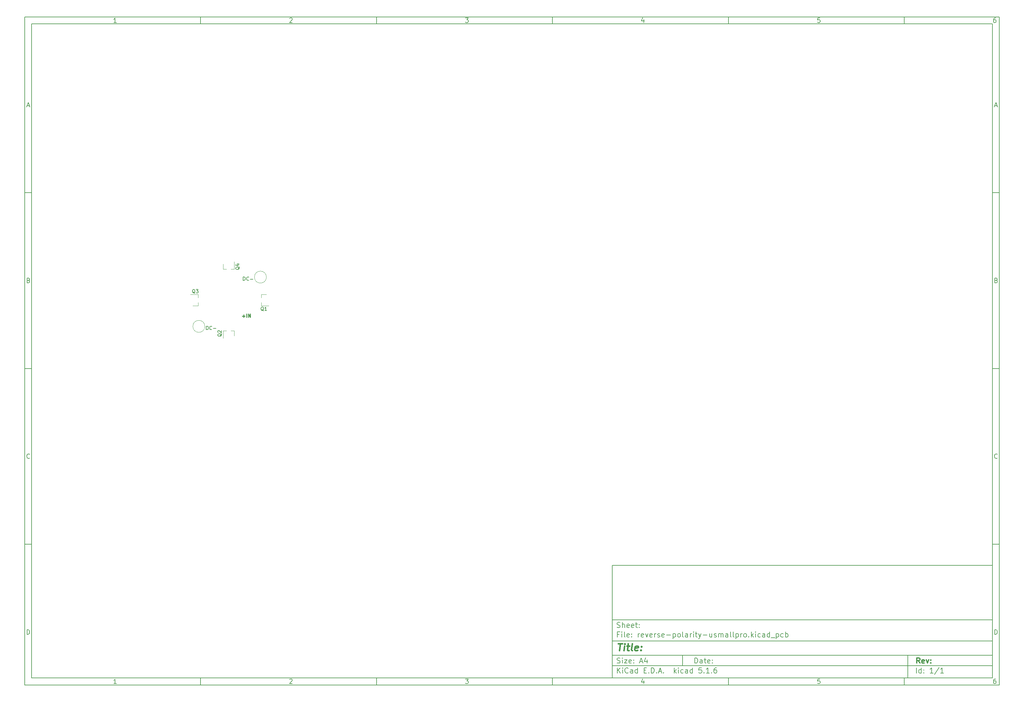
<source format=gbr>
G04 #@! TF.GenerationSoftware,KiCad,Pcbnew,5.1.6*
G04 #@! TF.CreationDate,2020-09-05T15:35:29+02:00*
G04 #@! TF.ProjectId,reverse-polarity-usmallpro,72657665-7273-4652-9d70-6f6c61726974,rev?*
G04 #@! TF.SameCoordinates,Original*
G04 #@! TF.FileFunction,Legend,Top*
G04 #@! TF.FilePolarity,Positive*
%FSLAX46Y46*%
G04 Gerber Fmt 4.6, Leading zero omitted, Abs format (unit mm)*
G04 Created by KiCad (PCBNEW 5.1.6) date 2020-09-05 15:35:29*
%MOMM*%
%LPD*%
G01*
G04 APERTURE LIST*
%ADD10C,0.100000*%
%ADD11C,0.150000*%
%ADD12C,0.300000*%
%ADD13C,0.400000*%
%ADD14C,0.250000*%
%ADD15C,0.120000*%
G04 APERTURE END LIST*
D10*
D11*
X177002200Y-166007200D02*
X177002200Y-198007200D01*
X285002200Y-198007200D01*
X285002200Y-166007200D01*
X177002200Y-166007200D01*
D10*
D11*
X10000000Y-10000000D02*
X10000000Y-200007200D01*
X287002200Y-200007200D01*
X287002200Y-10000000D01*
X10000000Y-10000000D01*
D10*
D11*
X12000000Y-12000000D02*
X12000000Y-198007200D01*
X285002200Y-198007200D01*
X285002200Y-12000000D01*
X12000000Y-12000000D01*
D10*
D11*
X60000000Y-12000000D02*
X60000000Y-10000000D01*
D10*
D11*
X110000000Y-12000000D02*
X110000000Y-10000000D01*
D10*
D11*
X160000000Y-12000000D02*
X160000000Y-10000000D01*
D10*
D11*
X210000000Y-12000000D02*
X210000000Y-10000000D01*
D10*
D11*
X260000000Y-12000000D02*
X260000000Y-10000000D01*
D10*
D11*
X36065476Y-11588095D02*
X35322619Y-11588095D01*
X35694047Y-11588095D02*
X35694047Y-10288095D01*
X35570238Y-10473809D01*
X35446428Y-10597619D01*
X35322619Y-10659523D01*
D10*
D11*
X85322619Y-10411904D02*
X85384523Y-10350000D01*
X85508333Y-10288095D01*
X85817857Y-10288095D01*
X85941666Y-10350000D01*
X86003571Y-10411904D01*
X86065476Y-10535714D01*
X86065476Y-10659523D01*
X86003571Y-10845238D01*
X85260714Y-11588095D01*
X86065476Y-11588095D01*
D10*
D11*
X135260714Y-10288095D02*
X136065476Y-10288095D01*
X135632142Y-10783333D01*
X135817857Y-10783333D01*
X135941666Y-10845238D01*
X136003571Y-10907142D01*
X136065476Y-11030952D01*
X136065476Y-11340476D01*
X136003571Y-11464285D01*
X135941666Y-11526190D01*
X135817857Y-11588095D01*
X135446428Y-11588095D01*
X135322619Y-11526190D01*
X135260714Y-11464285D01*
D10*
D11*
X185941666Y-10721428D02*
X185941666Y-11588095D01*
X185632142Y-10226190D02*
X185322619Y-11154761D01*
X186127380Y-11154761D01*
D10*
D11*
X236003571Y-10288095D02*
X235384523Y-10288095D01*
X235322619Y-10907142D01*
X235384523Y-10845238D01*
X235508333Y-10783333D01*
X235817857Y-10783333D01*
X235941666Y-10845238D01*
X236003571Y-10907142D01*
X236065476Y-11030952D01*
X236065476Y-11340476D01*
X236003571Y-11464285D01*
X235941666Y-11526190D01*
X235817857Y-11588095D01*
X235508333Y-11588095D01*
X235384523Y-11526190D01*
X235322619Y-11464285D01*
D10*
D11*
X285941666Y-10288095D02*
X285694047Y-10288095D01*
X285570238Y-10350000D01*
X285508333Y-10411904D01*
X285384523Y-10597619D01*
X285322619Y-10845238D01*
X285322619Y-11340476D01*
X285384523Y-11464285D01*
X285446428Y-11526190D01*
X285570238Y-11588095D01*
X285817857Y-11588095D01*
X285941666Y-11526190D01*
X286003571Y-11464285D01*
X286065476Y-11340476D01*
X286065476Y-11030952D01*
X286003571Y-10907142D01*
X285941666Y-10845238D01*
X285817857Y-10783333D01*
X285570238Y-10783333D01*
X285446428Y-10845238D01*
X285384523Y-10907142D01*
X285322619Y-11030952D01*
D10*
D11*
X60000000Y-198007200D02*
X60000000Y-200007200D01*
D10*
D11*
X110000000Y-198007200D02*
X110000000Y-200007200D01*
D10*
D11*
X160000000Y-198007200D02*
X160000000Y-200007200D01*
D10*
D11*
X210000000Y-198007200D02*
X210000000Y-200007200D01*
D10*
D11*
X260000000Y-198007200D02*
X260000000Y-200007200D01*
D10*
D11*
X36065476Y-199595295D02*
X35322619Y-199595295D01*
X35694047Y-199595295D02*
X35694047Y-198295295D01*
X35570238Y-198481009D01*
X35446428Y-198604819D01*
X35322619Y-198666723D01*
D10*
D11*
X85322619Y-198419104D02*
X85384523Y-198357200D01*
X85508333Y-198295295D01*
X85817857Y-198295295D01*
X85941666Y-198357200D01*
X86003571Y-198419104D01*
X86065476Y-198542914D01*
X86065476Y-198666723D01*
X86003571Y-198852438D01*
X85260714Y-199595295D01*
X86065476Y-199595295D01*
D10*
D11*
X135260714Y-198295295D02*
X136065476Y-198295295D01*
X135632142Y-198790533D01*
X135817857Y-198790533D01*
X135941666Y-198852438D01*
X136003571Y-198914342D01*
X136065476Y-199038152D01*
X136065476Y-199347676D01*
X136003571Y-199471485D01*
X135941666Y-199533390D01*
X135817857Y-199595295D01*
X135446428Y-199595295D01*
X135322619Y-199533390D01*
X135260714Y-199471485D01*
D10*
D11*
X185941666Y-198728628D02*
X185941666Y-199595295D01*
X185632142Y-198233390D02*
X185322619Y-199161961D01*
X186127380Y-199161961D01*
D10*
D11*
X236003571Y-198295295D02*
X235384523Y-198295295D01*
X235322619Y-198914342D01*
X235384523Y-198852438D01*
X235508333Y-198790533D01*
X235817857Y-198790533D01*
X235941666Y-198852438D01*
X236003571Y-198914342D01*
X236065476Y-199038152D01*
X236065476Y-199347676D01*
X236003571Y-199471485D01*
X235941666Y-199533390D01*
X235817857Y-199595295D01*
X235508333Y-199595295D01*
X235384523Y-199533390D01*
X235322619Y-199471485D01*
D10*
D11*
X285941666Y-198295295D02*
X285694047Y-198295295D01*
X285570238Y-198357200D01*
X285508333Y-198419104D01*
X285384523Y-198604819D01*
X285322619Y-198852438D01*
X285322619Y-199347676D01*
X285384523Y-199471485D01*
X285446428Y-199533390D01*
X285570238Y-199595295D01*
X285817857Y-199595295D01*
X285941666Y-199533390D01*
X286003571Y-199471485D01*
X286065476Y-199347676D01*
X286065476Y-199038152D01*
X286003571Y-198914342D01*
X285941666Y-198852438D01*
X285817857Y-198790533D01*
X285570238Y-198790533D01*
X285446428Y-198852438D01*
X285384523Y-198914342D01*
X285322619Y-199038152D01*
D10*
D11*
X10000000Y-60000000D02*
X12000000Y-60000000D01*
D10*
D11*
X10000000Y-110000000D02*
X12000000Y-110000000D01*
D10*
D11*
X10000000Y-160000000D02*
X12000000Y-160000000D01*
D10*
D11*
X10690476Y-35216666D02*
X11309523Y-35216666D01*
X10566666Y-35588095D02*
X11000000Y-34288095D01*
X11433333Y-35588095D01*
D10*
D11*
X11092857Y-84907142D02*
X11278571Y-84969047D01*
X11340476Y-85030952D01*
X11402380Y-85154761D01*
X11402380Y-85340476D01*
X11340476Y-85464285D01*
X11278571Y-85526190D01*
X11154761Y-85588095D01*
X10659523Y-85588095D01*
X10659523Y-84288095D01*
X11092857Y-84288095D01*
X11216666Y-84350000D01*
X11278571Y-84411904D01*
X11340476Y-84535714D01*
X11340476Y-84659523D01*
X11278571Y-84783333D01*
X11216666Y-84845238D01*
X11092857Y-84907142D01*
X10659523Y-84907142D01*
D10*
D11*
X11402380Y-135464285D02*
X11340476Y-135526190D01*
X11154761Y-135588095D01*
X11030952Y-135588095D01*
X10845238Y-135526190D01*
X10721428Y-135402380D01*
X10659523Y-135278571D01*
X10597619Y-135030952D01*
X10597619Y-134845238D01*
X10659523Y-134597619D01*
X10721428Y-134473809D01*
X10845238Y-134350000D01*
X11030952Y-134288095D01*
X11154761Y-134288095D01*
X11340476Y-134350000D01*
X11402380Y-134411904D01*
D10*
D11*
X10659523Y-185588095D02*
X10659523Y-184288095D01*
X10969047Y-184288095D01*
X11154761Y-184350000D01*
X11278571Y-184473809D01*
X11340476Y-184597619D01*
X11402380Y-184845238D01*
X11402380Y-185030952D01*
X11340476Y-185278571D01*
X11278571Y-185402380D01*
X11154761Y-185526190D01*
X10969047Y-185588095D01*
X10659523Y-185588095D01*
D10*
D11*
X287002200Y-60000000D02*
X285002200Y-60000000D01*
D10*
D11*
X287002200Y-110000000D02*
X285002200Y-110000000D01*
D10*
D11*
X287002200Y-160000000D02*
X285002200Y-160000000D01*
D10*
D11*
X285692676Y-35216666D02*
X286311723Y-35216666D01*
X285568866Y-35588095D02*
X286002200Y-34288095D01*
X286435533Y-35588095D01*
D10*
D11*
X286095057Y-84907142D02*
X286280771Y-84969047D01*
X286342676Y-85030952D01*
X286404580Y-85154761D01*
X286404580Y-85340476D01*
X286342676Y-85464285D01*
X286280771Y-85526190D01*
X286156961Y-85588095D01*
X285661723Y-85588095D01*
X285661723Y-84288095D01*
X286095057Y-84288095D01*
X286218866Y-84350000D01*
X286280771Y-84411904D01*
X286342676Y-84535714D01*
X286342676Y-84659523D01*
X286280771Y-84783333D01*
X286218866Y-84845238D01*
X286095057Y-84907142D01*
X285661723Y-84907142D01*
D10*
D11*
X286404580Y-135464285D02*
X286342676Y-135526190D01*
X286156961Y-135588095D01*
X286033152Y-135588095D01*
X285847438Y-135526190D01*
X285723628Y-135402380D01*
X285661723Y-135278571D01*
X285599819Y-135030952D01*
X285599819Y-134845238D01*
X285661723Y-134597619D01*
X285723628Y-134473809D01*
X285847438Y-134350000D01*
X286033152Y-134288095D01*
X286156961Y-134288095D01*
X286342676Y-134350000D01*
X286404580Y-134411904D01*
D10*
D11*
X285661723Y-185588095D02*
X285661723Y-184288095D01*
X285971247Y-184288095D01*
X286156961Y-184350000D01*
X286280771Y-184473809D01*
X286342676Y-184597619D01*
X286404580Y-184845238D01*
X286404580Y-185030952D01*
X286342676Y-185278571D01*
X286280771Y-185402380D01*
X286156961Y-185526190D01*
X285971247Y-185588095D01*
X285661723Y-185588095D01*
D10*
D11*
X200434342Y-193785771D02*
X200434342Y-192285771D01*
X200791485Y-192285771D01*
X201005771Y-192357200D01*
X201148628Y-192500057D01*
X201220057Y-192642914D01*
X201291485Y-192928628D01*
X201291485Y-193142914D01*
X201220057Y-193428628D01*
X201148628Y-193571485D01*
X201005771Y-193714342D01*
X200791485Y-193785771D01*
X200434342Y-193785771D01*
X202577200Y-193785771D02*
X202577200Y-193000057D01*
X202505771Y-192857200D01*
X202362914Y-192785771D01*
X202077200Y-192785771D01*
X201934342Y-192857200D01*
X202577200Y-193714342D02*
X202434342Y-193785771D01*
X202077200Y-193785771D01*
X201934342Y-193714342D01*
X201862914Y-193571485D01*
X201862914Y-193428628D01*
X201934342Y-193285771D01*
X202077200Y-193214342D01*
X202434342Y-193214342D01*
X202577200Y-193142914D01*
X203077200Y-192785771D02*
X203648628Y-192785771D01*
X203291485Y-192285771D02*
X203291485Y-193571485D01*
X203362914Y-193714342D01*
X203505771Y-193785771D01*
X203648628Y-193785771D01*
X204720057Y-193714342D02*
X204577200Y-193785771D01*
X204291485Y-193785771D01*
X204148628Y-193714342D01*
X204077200Y-193571485D01*
X204077200Y-193000057D01*
X204148628Y-192857200D01*
X204291485Y-192785771D01*
X204577200Y-192785771D01*
X204720057Y-192857200D01*
X204791485Y-193000057D01*
X204791485Y-193142914D01*
X204077200Y-193285771D01*
X205434342Y-193642914D02*
X205505771Y-193714342D01*
X205434342Y-193785771D01*
X205362914Y-193714342D01*
X205434342Y-193642914D01*
X205434342Y-193785771D01*
X205434342Y-192857200D02*
X205505771Y-192928628D01*
X205434342Y-193000057D01*
X205362914Y-192928628D01*
X205434342Y-192857200D01*
X205434342Y-193000057D01*
D10*
D11*
X177002200Y-194507200D02*
X285002200Y-194507200D01*
D10*
D11*
X178434342Y-196585771D02*
X178434342Y-195085771D01*
X179291485Y-196585771D02*
X178648628Y-195728628D01*
X179291485Y-195085771D02*
X178434342Y-195942914D01*
X179934342Y-196585771D02*
X179934342Y-195585771D01*
X179934342Y-195085771D02*
X179862914Y-195157200D01*
X179934342Y-195228628D01*
X180005771Y-195157200D01*
X179934342Y-195085771D01*
X179934342Y-195228628D01*
X181505771Y-196442914D02*
X181434342Y-196514342D01*
X181220057Y-196585771D01*
X181077200Y-196585771D01*
X180862914Y-196514342D01*
X180720057Y-196371485D01*
X180648628Y-196228628D01*
X180577200Y-195942914D01*
X180577200Y-195728628D01*
X180648628Y-195442914D01*
X180720057Y-195300057D01*
X180862914Y-195157200D01*
X181077200Y-195085771D01*
X181220057Y-195085771D01*
X181434342Y-195157200D01*
X181505771Y-195228628D01*
X182791485Y-196585771D02*
X182791485Y-195800057D01*
X182720057Y-195657200D01*
X182577200Y-195585771D01*
X182291485Y-195585771D01*
X182148628Y-195657200D01*
X182791485Y-196514342D02*
X182648628Y-196585771D01*
X182291485Y-196585771D01*
X182148628Y-196514342D01*
X182077200Y-196371485D01*
X182077200Y-196228628D01*
X182148628Y-196085771D01*
X182291485Y-196014342D01*
X182648628Y-196014342D01*
X182791485Y-195942914D01*
X184148628Y-196585771D02*
X184148628Y-195085771D01*
X184148628Y-196514342D02*
X184005771Y-196585771D01*
X183720057Y-196585771D01*
X183577200Y-196514342D01*
X183505771Y-196442914D01*
X183434342Y-196300057D01*
X183434342Y-195871485D01*
X183505771Y-195728628D01*
X183577200Y-195657200D01*
X183720057Y-195585771D01*
X184005771Y-195585771D01*
X184148628Y-195657200D01*
X186005771Y-195800057D02*
X186505771Y-195800057D01*
X186720057Y-196585771D02*
X186005771Y-196585771D01*
X186005771Y-195085771D01*
X186720057Y-195085771D01*
X187362914Y-196442914D02*
X187434342Y-196514342D01*
X187362914Y-196585771D01*
X187291485Y-196514342D01*
X187362914Y-196442914D01*
X187362914Y-196585771D01*
X188077200Y-196585771D02*
X188077200Y-195085771D01*
X188434342Y-195085771D01*
X188648628Y-195157200D01*
X188791485Y-195300057D01*
X188862914Y-195442914D01*
X188934342Y-195728628D01*
X188934342Y-195942914D01*
X188862914Y-196228628D01*
X188791485Y-196371485D01*
X188648628Y-196514342D01*
X188434342Y-196585771D01*
X188077200Y-196585771D01*
X189577200Y-196442914D02*
X189648628Y-196514342D01*
X189577200Y-196585771D01*
X189505771Y-196514342D01*
X189577200Y-196442914D01*
X189577200Y-196585771D01*
X190220057Y-196157200D02*
X190934342Y-196157200D01*
X190077200Y-196585771D02*
X190577200Y-195085771D01*
X191077200Y-196585771D01*
X191577200Y-196442914D02*
X191648628Y-196514342D01*
X191577200Y-196585771D01*
X191505771Y-196514342D01*
X191577200Y-196442914D01*
X191577200Y-196585771D01*
X194577200Y-196585771D02*
X194577200Y-195085771D01*
X194720057Y-196014342D02*
X195148628Y-196585771D01*
X195148628Y-195585771D02*
X194577200Y-196157200D01*
X195791485Y-196585771D02*
X195791485Y-195585771D01*
X195791485Y-195085771D02*
X195720057Y-195157200D01*
X195791485Y-195228628D01*
X195862914Y-195157200D01*
X195791485Y-195085771D01*
X195791485Y-195228628D01*
X197148628Y-196514342D02*
X197005771Y-196585771D01*
X196720057Y-196585771D01*
X196577200Y-196514342D01*
X196505771Y-196442914D01*
X196434342Y-196300057D01*
X196434342Y-195871485D01*
X196505771Y-195728628D01*
X196577200Y-195657200D01*
X196720057Y-195585771D01*
X197005771Y-195585771D01*
X197148628Y-195657200D01*
X198434342Y-196585771D02*
X198434342Y-195800057D01*
X198362914Y-195657200D01*
X198220057Y-195585771D01*
X197934342Y-195585771D01*
X197791485Y-195657200D01*
X198434342Y-196514342D02*
X198291485Y-196585771D01*
X197934342Y-196585771D01*
X197791485Y-196514342D01*
X197720057Y-196371485D01*
X197720057Y-196228628D01*
X197791485Y-196085771D01*
X197934342Y-196014342D01*
X198291485Y-196014342D01*
X198434342Y-195942914D01*
X199791485Y-196585771D02*
X199791485Y-195085771D01*
X199791485Y-196514342D02*
X199648628Y-196585771D01*
X199362914Y-196585771D01*
X199220057Y-196514342D01*
X199148628Y-196442914D01*
X199077200Y-196300057D01*
X199077200Y-195871485D01*
X199148628Y-195728628D01*
X199220057Y-195657200D01*
X199362914Y-195585771D01*
X199648628Y-195585771D01*
X199791485Y-195657200D01*
X202362914Y-195085771D02*
X201648628Y-195085771D01*
X201577200Y-195800057D01*
X201648628Y-195728628D01*
X201791485Y-195657200D01*
X202148628Y-195657200D01*
X202291485Y-195728628D01*
X202362914Y-195800057D01*
X202434342Y-195942914D01*
X202434342Y-196300057D01*
X202362914Y-196442914D01*
X202291485Y-196514342D01*
X202148628Y-196585771D01*
X201791485Y-196585771D01*
X201648628Y-196514342D01*
X201577200Y-196442914D01*
X203077200Y-196442914D02*
X203148628Y-196514342D01*
X203077200Y-196585771D01*
X203005771Y-196514342D01*
X203077200Y-196442914D01*
X203077200Y-196585771D01*
X204577200Y-196585771D02*
X203720057Y-196585771D01*
X204148628Y-196585771D02*
X204148628Y-195085771D01*
X204005771Y-195300057D01*
X203862914Y-195442914D01*
X203720057Y-195514342D01*
X205220057Y-196442914D02*
X205291485Y-196514342D01*
X205220057Y-196585771D01*
X205148628Y-196514342D01*
X205220057Y-196442914D01*
X205220057Y-196585771D01*
X206577200Y-195085771D02*
X206291485Y-195085771D01*
X206148628Y-195157200D01*
X206077200Y-195228628D01*
X205934342Y-195442914D01*
X205862914Y-195728628D01*
X205862914Y-196300057D01*
X205934342Y-196442914D01*
X206005771Y-196514342D01*
X206148628Y-196585771D01*
X206434342Y-196585771D01*
X206577200Y-196514342D01*
X206648628Y-196442914D01*
X206720057Y-196300057D01*
X206720057Y-195942914D01*
X206648628Y-195800057D01*
X206577200Y-195728628D01*
X206434342Y-195657200D01*
X206148628Y-195657200D01*
X206005771Y-195728628D01*
X205934342Y-195800057D01*
X205862914Y-195942914D01*
D10*
D11*
X177002200Y-191507200D02*
X285002200Y-191507200D01*
D10*
D12*
X264411485Y-193785771D02*
X263911485Y-193071485D01*
X263554342Y-193785771D02*
X263554342Y-192285771D01*
X264125771Y-192285771D01*
X264268628Y-192357200D01*
X264340057Y-192428628D01*
X264411485Y-192571485D01*
X264411485Y-192785771D01*
X264340057Y-192928628D01*
X264268628Y-193000057D01*
X264125771Y-193071485D01*
X263554342Y-193071485D01*
X265625771Y-193714342D02*
X265482914Y-193785771D01*
X265197200Y-193785771D01*
X265054342Y-193714342D01*
X264982914Y-193571485D01*
X264982914Y-193000057D01*
X265054342Y-192857200D01*
X265197200Y-192785771D01*
X265482914Y-192785771D01*
X265625771Y-192857200D01*
X265697200Y-193000057D01*
X265697200Y-193142914D01*
X264982914Y-193285771D01*
X266197200Y-192785771D02*
X266554342Y-193785771D01*
X266911485Y-192785771D01*
X267482914Y-193642914D02*
X267554342Y-193714342D01*
X267482914Y-193785771D01*
X267411485Y-193714342D01*
X267482914Y-193642914D01*
X267482914Y-193785771D01*
X267482914Y-192857200D02*
X267554342Y-192928628D01*
X267482914Y-193000057D01*
X267411485Y-192928628D01*
X267482914Y-192857200D01*
X267482914Y-193000057D01*
D10*
D11*
X178362914Y-193714342D02*
X178577200Y-193785771D01*
X178934342Y-193785771D01*
X179077200Y-193714342D01*
X179148628Y-193642914D01*
X179220057Y-193500057D01*
X179220057Y-193357200D01*
X179148628Y-193214342D01*
X179077200Y-193142914D01*
X178934342Y-193071485D01*
X178648628Y-193000057D01*
X178505771Y-192928628D01*
X178434342Y-192857200D01*
X178362914Y-192714342D01*
X178362914Y-192571485D01*
X178434342Y-192428628D01*
X178505771Y-192357200D01*
X178648628Y-192285771D01*
X179005771Y-192285771D01*
X179220057Y-192357200D01*
X179862914Y-193785771D02*
X179862914Y-192785771D01*
X179862914Y-192285771D02*
X179791485Y-192357200D01*
X179862914Y-192428628D01*
X179934342Y-192357200D01*
X179862914Y-192285771D01*
X179862914Y-192428628D01*
X180434342Y-192785771D02*
X181220057Y-192785771D01*
X180434342Y-193785771D01*
X181220057Y-193785771D01*
X182362914Y-193714342D02*
X182220057Y-193785771D01*
X181934342Y-193785771D01*
X181791485Y-193714342D01*
X181720057Y-193571485D01*
X181720057Y-193000057D01*
X181791485Y-192857200D01*
X181934342Y-192785771D01*
X182220057Y-192785771D01*
X182362914Y-192857200D01*
X182434342Y-193000057D01*
X182434342Y-193142914D01*
X181720057Y-193285771D01*
X183077200Y-193642914D02*
X183148628Y-193714342D01*
X183077200Y-193785771D01*
X183005771Y-193714342D01*
X183077200Y-193642914D01*
X183077200Y-193785771D01*
X183077200Y-192857200D02*
X183148628Y-192928628D01*
X183077200Y-193000057D01*
X183005771Y-192928628D01*
X183077200Y-192857200D01*
X183077200Y-193000057D01*
X184862914Y-193357200D02*
X185577200Y-193357200D01*
X184720057Y-193785771D02*
X185220057Y-192285771D01*
X185720057Y-193785771D01*
X186862914Y-192785771D02*
X186862914Y-193785771D01*
X186505771Y-192214342D02*
X186148628Y-193285771D01*
X187077200Y-193285771D01*
D10*
D11*
X263434342Y-196585771D02*
X263434342Y-195085771D01*
X264791485Y-196585771D02*
X264791485Y-195085771D01*
X264791485Y-196514342D02*
X264648628Y-196585771D01*
X264362914Y-196585771D01*
X264220057Y-196514342D01*
X264148628Y-196442914D01*
X264077200Y-196300057D01*
X264077200Y-195871485D01*
X264148628Y-195728628D01*
X264220057Y-195657200D01*
X264362914Y-195585771D01*
X264648628Y-195585771D01*
X264791485Y-195657200D01*
X265505771Y-196442914D02*
X265577200Y-196514342D01*
X265505771Y-196585771D01*
X265434342Y-196514342D01*
X265505771Y-196442914D01*
X265505771Y-196585771D01*
X265505771Y-195657200D02*
X265577200Y-195728628D01*
X265505771Y-195800057D01*
X265434342Y-195728628D01*
X265505771Y-195657200D01*
X265505771Y-195800057D01*
X268148628Y-196585771D02*
X267291485Y-196585771D01*
X267720057Y-196585771D02*
X267720057Y-195085771D01*
X267577200Y-195300057D01*
X267434342Y-195442914D01*
X267291485Y-195514342D01*
X269862914Y-195014342D02*
X268577200Y-196942914D01*
X271148628Y-196585771D02*
X270291485Y-196585771D01*
X270720057Y-196585771D02*
X270720057Y-195085771D01*
X270577200Y-195300057D01*
X270434342Y-195442914D01*
X270291485Y-195514342D01*
D10*
D11*
X177002200Y-187507200D02*
X285002200Y-187507200D01*
D10*
D13*
X178714580Y-188211961D02*
X179857438Y-188211961D01*
X179036009Y-190211961D02*
X179286009Y-188211961D01*
X180274104Y-190211961D02*
X180440771Y-188878628D01*
X180524104Y-188211961D02*
X180416961Y-188307200D01*
X180500295Y-188402438D01*
X180607438Y-188307200D01*
X180524104Y-188211961D01*
X180500295Y-188402438D01*
X181107438Y-188878628D02*
X181869342Y-188878628D01*
X181476485Y-188211961D02*
X181262200Y-189926247D01*
X181333628Y-190116723D01*
X181512200Y-190211961D01*
X181702676Y-190211961D01*
X182655057Y-190211961D02*
X182476485Y-190116723D01*
X182405057Y-189926247D01*
X182619342Y-188211961D01*
X184190771Y-190116723D02*
X183988390Y-190211961D01*
X183607438Y-190211961D01*
X183428866Y-190116723D01*
X183357438Y-189926247D01*
X183452676Y-189164342D01*
X183571723Y-188973866D01*
X183774104Y-188878628D01*
X184155057Y-188878628D01*
X184333628Y-188973866D01*
X184405057Y-189164342D01*
X184381247Y-189354819D01*
X183405057Y-189545295D01*
X185155057Y-190021485D02*
X185238390Y-190116723D01*
X185131247Y-190211961D01*
X185047914Y-190116723D01*
X185155057Y-190021485D01*
X185131247Y-190211961D01*
X185286009Y-188973866D02*
X185369342Y-189069104D01*
X185262200Y-189164342D01*
X185178866Y-189069104D01*
X185286009Y-188973866D01*
X185262200Y-189164342D01*
D10*
D11*
X178934342Y-185600057D02*
X178434342Y-185600057D01*
X178434342Y-186385771D02*
X178434342Y-184885771D01*
X179148628Y-184885771D01*
X179720057Y-186385771D02*
X179720057Y-185385771D01*
X179720057Y-184885771D02*
X179648628Y-184957200D01*
X179720057Y-185028628D01*
X179791485Y-184957200D01*
X179720057Y-184885771D01*
X179720057Y-185028628D01*
X180648628Y-186385771D02*
X180505771Y-186314342D01*
X180434342Y-186171485D01*
X180434342Y-184885771D01*
X181791485Y-186314342D02*
X181648628Y-186385771D01*
X181362914Y-186385771D01*
X181220057Y-186314342D01*
X181148628Y-186171485D01*
X181148628Y-185600057D01*
X181220057Y-185457200D01*
X181362914Y-185385771D01*
X181648628Y-185385771D01*
X181791485Y-185457200D01*
X181862914Y-185600057D01*
X181862914Y-185742914D01*
X181148628Y-185885771D01*
X182505771Y-186242914D02*
X182577200Y-186314342D01*
X182505771Y-186385771D01*
X182434342Y-186314342D01*
X182505771Y-186242914D01*
X182505771Y-186385771D01*
X182505771Y-185457200D02*
X182577200Y-185528628D01*
X182505771Y-185600057D01*
X182434342Y-185528628D01*
X182505771Y-185457200D01*
X182505771Y-185600057D01*
X184362914Y-186385771D02*
X184362914Y-185385771D01*
X184362914Y-185671485D02*
X184434342Y-185528628D01*
X184505771Y-185457200D01*
X184648628Y-185385771D01*
X184791485Y-185385771D01*
X185862914Y-186314342D02*
X185720057Y-186385771D01*
X185434342Y-186385771D01*
X185291485Y-186314342D01*
X185220057Y-186171485D01*
X185220057Y-185600057D01*
X185291485Y-185457200D01*
X185434342Y-185385771D01*
X185720057Y-185385771D01*
X185862914Y-185457200D01*
X185934342Y-185600057D01*
X185934342Y-185742914D01*
X185220057Y-185885771D01*
X186434342Y-185385771D02*
X186791485Y-186385771D01*
X187148628Y-185385771D01*
X188291485Y-186314342D02*
X188148628Y-186385771D01*
X187862914Y-186385771D01*
X187720057Y-186314342D01*
X187648628Y-186171485D01*
X187648628Y-185600057D01*
X187720057Y-185457200D01*
X187862914Y-185385771D01*
X188148628Y-185385771D01*
X188291485Y-185457200D01*
X188362914Y-185600057D01*
X188362914Y-185742914D01*
X187648628Y-185885771D01*
X189005771Y-186385771D02*
X189005771Y-185385771D01*
X189005771Y-185671485D02*
X189077200Y-185528628D01*
X189148628Y-185457200D01*
X189291485Y-185385771D01*
X189434342Y-185385771D01*
X189862914Y-186314342D02*
X190005771Y-186385771D01*
X190291485Y-186385771D01*
X190434342Y-186314342D01*
X190505771Y-186171485D01*
X190505771Y-186100057D01*
X190434342Y-185957200D01*
X190291485Y-185885771D01*
X190077200Y-185885771D01*
X189934342Y-185814342D01*
X189862914Y-185671485D01*
X189862914Y-185600057D01*
X189934342Y-185457200D01*
X190077200Y-185385771D01*
X190291485Y-185385771D01*
X190434342Y-185457200D01*
X191720057Y-186314342D02*
X191577200Y-186385771D01*
X191291485Y-186385771D01*
X191148628Y-186314342D01*
X191077200Y-186171485D01*
X191077200Y-185600057D01*
X191148628Y-185457200D01*
X191291485Y-185385771D01*
X191577200Y-185385771D01*
X191720057Y-185457200D01*
X191791485Y-185600057D01*
X191791485Y-185742914D01*
X191077200Y-185885771D01*
X192434342Y-185814342D02*
X193577200Y-185814342D01*
X194291485Y-185385771D02*
X194291485Y-186885771D01*
X194291485Y-185457200D02*
X194434342Y-185385771D01*
X194720057Y-185385771D01*
X194862914Y-185457200D01*
X194934342Y-185528628D01*
X195005771Y-185671485D01*
X195005771Y-186100057D01*
X194934342Y-186242914D01*
X194862914Y-186314342D01*
X194720057Y-186385771D01*
X194434342Y-186385771D01*
X194291485Y-186314342D01*
X195862914Y-186385771D02*
X195720057Y-186314342D01*
X195648628Y-186242914D01*
X195577200Y-186100057D01*
X195577200Y-185671485D01*
X195648628Y-185528628D01*
X195720057Y-185457200D01*
X195862914Y-185385771D01*
X196077200Y-185385771D01*
X196220057Y-185457200D01*
X196291485Y-185528628D01*
X196362914Y-185671485D01*
X196362914Y-186100057D01*
X196291485Y-186242914D01*
X196220057Y-186314342D01*
X196077200Y-186385771D01*
X195862914Y-186385771D01*
X197220057Y-186385771D02*
X197077200Y-186314342D01*
X197005771Y-186171485D01*
X197005771Y-184885771D01*
X198434342Y-186385771D02*
X198434342Y-185600057D01*
X198362914Y-185457200D01*
X198220057Y-185385771D01*
X197934342Y-185385771D01*
X197791485Y-185457200D01*
X198434342Y-186314342D02*
X198291485Y-186385771D01*
X197934342Y-186385771D01*
X197791485Y-186314342D01*
X197720057Y-186171485D01*
X197720057Y-186028628D01*
X197791485Y-185885771D01*
X197934342Y-185814342D01*
X198291485Y-185814342D01*
X198434342Y-185742914D01*
X199148628Y-186385771D02*
X199148628Y-185385771D01*
X199148628Y-185671485D02*
X199220057Y-185528628D01*
X199291485Y-185457200D01*
X199434342Y-185385771D01*
X199577200Y-185385771D01*
X200077200Y-186385771D02*
X200077200Y-185385771D01*
X200077200Y-184885771D02*
X200005771Y-184957200D01*
X200077200Y-185028628D01*
X200148628Y-184957200D01*
X200077200Y-184885771D01*
X200077200Y-185028628D01*
X200577200Y-185385771D02*
X201148628Y-185385771D01*
X200791485Y-184885771D02*
X200791485Y-186171485D01*
X200862914Y-186314342D01*
X201005771Y-186385771D01*
X201148628Y-186385771D01*
X201505771Y-185385771D02*
X201862914Y-186385771D01*
X202220057Y-185385771D02*
X201862914Y-186385771D01*
X201720057Y-186742914D01*
X201648628Y-186814342D01*
X201505771Y-186885771D01*
X202791485Y-185814342D02*
X203934342Y-185814342D01*
X205291485Y-185385771D02*
X205291485Y-186385771D01*
X204648628Y-185385771D02*
X204648628Y-186171485D01*
X204720057Y-186314342D01*
X204862914Y-186385771D01*
X205077200Y-186385771D01*
X205220057Y-186314342D01*
X205291485Y-186242914D01*
X205934342Y-186314342D02*
X206077200Y-186385771D01*
X206362914Y-186385771D01*
X206505771Y-186314342D01*
X206577200Y-186171485D01*
X206577200Y-186100057D01*
X206505771Y-185957200D01*
X206362914Y-185885771D01*
X206148628Y-185885771D01*
X206005771Y-185814342D01*
X205934342Y-185671485D01*
X205934342Y-185600057D01*
X206005771Y-185457200D01*
X206148628Y-185385771D01*
X206362914Y-185385771D01*
X206505771Y-185457200D01*
X207220057Y-186385771D02*
X207220057Y-185385771D01*
X207220057Y-185528628D02*
X207291485Y-185457200D01*
X207434342Y-185385771D01*
X207648628Y-185385771D01*
X207791485Y-185457200D01*
X207862914Y-185600057D01*
X207862914Y-186385771D01*
X207862914Y-185600057D02*
X207934342Y-185457200D01*
X208077200Y-185385771D01*
X208291485Y-185385771D01*
X208434342Y-185457200D01*
X208505771Y-185600057D01*
X208505771Y-186385771D01*
X209862914Y-186385771D02*
X209862914Y-185600057D01*
X209791485Y-185457200D01*
X209648628Y-185385771D01*
X209362914Y-185385771D01*
X209220057Y-185457200D01*
X209862914Y-186314342D02*
X209720057Y-186385771D01*
X209362914Y-186385771D01*
X209220057Y-186314342D01*
X209148628Y-186171485D01*
X209148628Y-186028628D01*
X209220057Y-185885771D01*
X209362914Y-185814342D01*
X209720057Y-185814342D01*
X209862914Y-185742914D01*
X210791485Y-186385771D02*
X210648628Y-186314342D01*
X210577200Y-186171485D01*
X210577200Y-184885771D01*
X211577200Y-186385771D02*
X211434342Y-186314342D01*
X211362914Y-186171485D01*
X211362914Y-184885771D01*
X212148628Y-185385771D02*
X212148628Y-186885771D01*
X212148628Y-185457200D02*
X212291485Y-185385771D01*
X212577200Y-185385771D01*
X212720057Y-185457200D01*
X212791485Y-185528628D01*
X212862914Y-185671485D01*
X212862914Y-186100057D01*
X212791485Y-186242914D01*
X212720057Y-186314342D01*
X212577200Y-186385771D01*
X212291485Y-186385771D01*
X212148628Y-186314342D01*
X213505771Y-186385771D02*
X213505771Y-185385771D01*
X213505771Y-185671485D02*
X213577200Y-185528628D01*
X213648628Y-185457200D01*
X213791485Y-185385771D01*
X213934342Y-185385771D01*
X214648628Y-186385771D02*
X214505771Y-186314342D01*
X214434342Y-186242914D01*
X214362914Y-186100057D01*
X214362914Y-185671485D01*
X214434342Y-185528628D01*
X214505771Y-185457200D01*
X214648628Y-185385771D01*
X214862914Y-185385771D01*
X215005771Y-185457200D01*
X215077200Y-185528628D01*
X215148628Y-185671485D01*
X215148628Y-186100057D01*
X215077200Y-186242914D01*
X215005771Y-186314342D01*
X214862914Y-186385771D01*
X214648628Y-186385771D01*
X215791485Y-186242914D02*
X215862914Y-186314342D01*
X215791485Y-186385771D01*
X215720057Y-186314342D01*
X215791485Y-186242914D01*
X215791485Y-186385771D01*
X216505771Y-186385771D02*
X216505771Y-184885771D01*
X216648628Y-185814342D02*
X217077200Y-186385771D01*
X217077200Y-185385771D02*
X216505771Y-185957200D01*
X217720057Y-186385771D02*
X217720057Y-185385771D01*
X217720057Y-184885771D02*
X217648628Y-184957200D01*
X217720057Y-185028628D01*
X217791485Y-184957200D01*
X217720057Y-184885771D01*
X217720057Y-185028628D01*
X219077200Y-186314342D02*
X218934342Y-186385771D01*
X218648628Y-186385771D01*
X218505771Y-186314342D01*
X218434342Y-186242914D01*
X218362914Y-186100057D01*
X218362914Y-185671485D01*
X218434342Y-185528628D01*
X218505771Y-185457200D01*
X218648628Y-185385771D01*
X218934342Y-185385771D01*
X219077200Y-185457200D01*
X220362914Y-186385771D02*
X220362914Y-185600057D01*
X220291485Y-185457200D01*
X220148628Y-185385771D01*
X219862914Y-185385771D01*
X219720057Y-185457200D01*
X220362914Y-186314342D02*
X220220057Y-186385771D01*
X219862914Y-186385771D01*
X219720057Y-186314342D01*
X219648628Y-186171485D01*
X219648628Y-186028628D01*
X219720057Y-185885771D01*
X219862914Y-185814342D01*
X220220057Y-185814342D01*
X220362914Y-185742914D01*
X221720057Y-186385771D02*
X221720057Y-184885771D01*
X221720057Y-186314342D02*
X221577200Y-186385771D01*
X221291485Y-186385771D01*
X221148628Y-186314342D01*
X221077200Y-186242914D01*
X221005771Y-186100057D01*
X221005771Y-185671485D01*
X221077200Y-185528628D01*
X221148628Y-185457200D01*
X221291485Y-185385771D01*
X221577200Y-185385771D01*
X221720057Y-185457200D01*
X222077200Y-186528628D02*
X223220057Y-186528628D01*
X223577200Y-185385771D02*
X223577200Y-186885771D01*
X223577200Y-185457200D02*
X223720057Y-185385771D01*
X224005771Y-185385771D01*
X224148628Y-185457200D01*
X224220057Y-185528628D01*
X224291485Y-185671485D01*
X224291485Y-186100057D01*
X224220057Y-186242914D01*
X224148628Y-186314342D01*
X224005771Y-186385771D01*
X223720057Y-186385771D01*
X223577200Y-186314342D01*
X225577200Y-186314342D02*
X225434342Y-186385771D01*
X225148628Y-186385771D01*
X225005771Y-186314342D01*
X224934342Y-186242914D01*
X224862914Y-186100057D01*
X224862914Y-185671485D01*
X224934342Y-185528628D01*
X225005771Y-185457200D01*
X225148628Y-185385771D01*
X225434342Y-185385771D01*
X225577200Y-185457200D01*
X226220057Y-186385771D02*
X226220057Y-184885771D01*
X226220057Y-185457200D02*
X226362914Y-185385771D01*
X226648628Y-185385771D01*
X226791485Y-185457200D01*
X226862914Y-185528628D01*
X226934342Y-185671485D01*
X226934342Y-186100057D01*
X226862914Y-186242914D01*
X226791485Y-186314342D01*
X226648628Y-186385771D01*
X226362914Y-186385771D01*
X226220057Y-186314342D01*
D10*
D11*
X177002200Y-181507200D02*
X285002200Y-181507200D01*
D10*
D11*
X178362914Y-183614342D02*
X178577200Y-183685771D01*
X178934342Y-183685771D01*
X179077200Y-183614342D01*
X179148628Y-183542914D01*
X179220057Y-183400057D01*
X179220057Y-183257200D01*
X179148628Y-183114342D01*
X179077200Y-183042914D01*
X178934342Y-182971485D01*
X178648628Y-182900057D01*
X178505771Y-182828628D01*
X178434342Y-182757200D01*
X178362914Y-182614342D01*
X178362914Y-182471485D01*
X178434342Y-182328628D01*
X178505771Y-182257200D01*
X178648628Y-182185771D01*
X179005771Y-182185771D01*
X179220057Y-182257200D01*
X179862914Y-183685771D02*
X179862914Y-182185771D01*
X180505771Y-183685771D02*
X180505771Y-182900057D01*
X180434342Y-182757200D01*
X180291485Y-182685771D01*
X180077200Y-182685771D01*
X179934342Y-182757200D01*
X179862914Y-182828628D01*
X181791485Y-183614342D02*
X181648628Y-183685771D01*
X181362914Y-183685771D01*
X181220057Y-183614342D01*
X181148628Y-183471485D01*
X181148628Y-182900057D01*
X181220057Y-182757200D01*
X181362914Y-182685771D01*
X181648628Y-182685771D01*
X181791485Y-182757200D01*
X181862914Y-182900057D01*
X181862914Y-183042914D01*
X181148628Y-183185771D01*
X183077200Y-183614342D02*
X182934342Y-183685771D01*
X182648628Y-183685771D01*
X182505771Y-183614342D01*
X182434342Y-183471485D01*
X182434342Y-182900057D01*
X182505771Y-182757200D01*
X182648628Y-182685771D01*
X182934342Y-182685771D01*
X183077200Y-182757200D01*
X183148628Y-182900057D01*
X183148628Y-183042914D01*
X182434342Y-183185771D01*
X183577200Y-182685771D02*
X184148628Y-182685771D01*
X183791485Y-182185771D02*
X183791485Y-183471485D01*
X183862914Y-183614342D01*
X184005771Y-183685771D01*
X184148628Y-183685771D01*
X184648628Y-183542914D02*
X184720057Y-183614342D01*
X184648628Y-183685771D01*
X184577200Y-183614342D01*
X184648628Y-183542914D01*
X184648628Y-183685771D01*
X184648628Y-182757200D02*
X184720057Y-182828628D01*
X184648628Y-182900057D01*
X184577200Y-182828628D01*
X184648628Y-182757200D01*
X184648628Y-182900057D01*
D10*
D11*
X197002200Y-191507200D02*
X197002200Y-194507200D01*
D10*
D11*
X261002200Y-191507200D02*
X261002200Y-198007200D01*
X72119047Y-84952380D02*
X72119047Y-83952380D01*
X72357142Y-83952380D01*
X72500000Y-84000000D01*
X72595238Y-84095238D01*
X72642857Y-84190476D01*
X72690476Y-84380952D01*
X72690476Y-84523809D01*
X72642857Y-84714285D01*
X72595238Y-84809523D01*
X72500000Y-84904761D01*
X72357142Y-84952380D01*
X72119047Y-84952380D01*
X73690476Y-84857142D02*
X73642857Y-84904761D01*
X73500000Y-84952380D01*
X73404761Y-84952380D01*
X73261904Y-84904761D01*
X73166666Y-84809523D01*
X73119047Y-84714285D01*
X73071428Y-84523809D01*
X73071428Y-84380952D01*
X73119047Y-84190476D01*
X73166666Y-84095238D01*
X73261904Y-84000000D01*
X73404761Y-83952380D01*
X73500000Y-83952380D01*
X73642857Y-84000000D01*
X73690476Y-84047619D01*
X74119047Y-84571428D02*
X74880952Y-84571428D01*
X61619047Y-98952380D02*
X61619047Y-97952380D01*
X61857142Y-97952380D01*
X62000000Y-98000000D01*
X62095238Y-98095238D01*
X62142857Y-98190476D01*
X62190476Y-98380952D01*
X62190476Y-98523809D01*
X62142857Y-98714285D01*
X62095238Y-98809523D01*
X62000000Y-98904761D01*
X61857142Y-98952380D01*
X61619047Y-98952380D01*
X63190476Y-98857142D02*
X63142857Y-98904761D01*
X63000000Y-98952380D01*
X62904761Y-98952380D01*
X62761904Y-98904761D01*
X62666666Y-98809523D01*
X62619047Y-98714285D01*
X62571428Y-98523809D01*
X62571428Y-98380952D01*
X62619047Y-98190476D01*
X62666666Y-98095238D01*
X62761904Y-98000000D01*
X62904761Y-97952380D01*
X63000000Y-97952380D01*
X63142857Y-98000000D01*
X63190476Y-98047619D01*
X63619047Y-98571428D02*
X64380952Y-98571428D01*
D14*
X71857142Y-95071428D02*
X72619047Y-95071428D01*
X72238095Y-95452380D02*
X72238095Y-94690476D01*
X73095238Y-95452380D02*
X73095238Y-94452380D01*
X73571428Y-95452380D02*
X73571428Y-94452380D01*
X74142857Y-95452380D01*
X74142857Y-94452380D01*
D15*
X61200000Y-98000000D02*
G75*
G03*
X61200000Y-98000000I-1700000J0D01*
G01*
X78700000Y-84000000D02*
G75*
G03*
X78700000Y-84000000I-1700000J0D01*
G01*
X77240000Y-88970000D02*
X78700000Y-88970000D01*
X77240000Y-92130000D02*
X79400000Y-92130000D01*
X77240000Y-92130000D02*
X77240000Y-91200000D01*
X77240000Y-88970000D02*
X77240000Y-89900000D01*
X69530000Y-99240000D02*
X68600000Y-99240000D01*
X66370000Y-99240000D02*
X67300000Y-99240000D01*
X66370000Y-99240000D02*
X66370000Y-101400000D01*
X69530000Y-99240000D02*
X69530000Y-100700000D01*
X59260000Y-92130000D02*
X57800000Y-92130000D01*
X59260000Y-88970000D02*
X57100000Y-88970000D01*
X59260000Y-88970000D02*
X59260000Y-89900000D01*
X59260000Y-92130000D02*
X59260000Y-91200000D01*
X66420000Y-81760000D02*
X67350000Y-81760000D01*
X69580000Y-81760000D02*
X68650000Y-81760000D01*
X69580000Y-81760000D02*
X69580000Y-79600000D01*
X66420000Y-81760000D02*
X66420000Y-80300000D01*
D11*
X77904761Y-93597619D02*
X77809523Y-93550000D01*
X77714285Y-93454761D01*
X77571428Y-93311904D01*
X77476190Y-93264285D01*
X77380952Y-93264285D01*
X77428571Y-93502380D02*
X77333333Y-93454761D01*
X77238095Y-93359523D01*
X77190476Y-93169047D01*
X77190476Y-92835714D01*
X77238095Y-92645238D01*
X77333333Y-92550000D01*
X77428571Y-92502380D01*
X77619047Y-92502380D01*
X77714285Y-92550000D01*
X77809523Y-92645238D01*
X77857142Y-92835714D01*
X77857142Y-93169047D01*
X77809523Y-93359523D01*
X77714285Y-93454761D01*
X77619047Y-93502380D01*
X77428571Y-93502380D01*
X78809523Y-93502380D02*
X78238095Y-93502380D01*
X78523809Y-93502380D02*
X78523809Y-92502380D01*
X78428571Y-92645238D01*
X78333333Y-92740476D01*
X78238095Y-92788095D01*
X65997619Y-100095238D02*
X65950000Y-100190476D01*
X65854761Y-100285714D01*
X65711904Y-100428571D01*
X65664285Y-100523809D01*
X65664285Y-100619047D01*
X65902380Y-100571428D02*
X65854761Y-100666666D01*
X65759523Y-100761904D01*
X65569047Y-100809523D01*
X65235714Y-100809523D01*
X65045238Y-100761904D01*
X64950000Y-100666666D01*
X64902380Y-100571428D01*
X64902380Y-100380952D01*
X64950000Y-100285714D01*
X65045238Y-100190476D01*
X65235714Y-100142857D01*
X65569047Y-100142857D01*
X65759523Y-100190476D01*
X65854761Y-100285714D01*
X65902380Y-100380952D01*
X65902380Y-100571428D01*
X64997619Y-99761904D02*
X64950000Y-99714285D01*
X64902380Y-99619047D01*
X64902380Y-99380952D01*
X64950000Y-99285714D01*
X64997619Y-99238095D01*
X65092857Y-99190476D01*
X65188095Y-99190476D01*
X65330952Y-99238095D01*
X65902380Y-99809523D01*
X65902380Y-99190476D01*
X58404761Y-88597619D02*
X58309523Y-88550000D01*
X58214285Y-88454761D01*
X58071428Y-88311904D01*
X57976190Y-88264285D01*
X57880952Y-88264285D01*
X57928571Y-88502380D02*
X57833333Y-88454761D01*
X57738095Y-88359523D01*
X57690476Y-88169047D01*
X57690476Y-87835714D01*
X57738095Y-87645238D01*
X57833333Y-87550000D01*
X57928571Y-87502380D01*
X58119047Y-87502380D01*
X58214285Y-87550000D01*
X58309523Y-87645238D01*
X58357142Y-87835714D01*
X58357142Y-88169047D01*
X58309523Y-88359523D01*
X58214285Y-88454761D01*
X58119047Y-88502380D01*
X57928571Y-88502380D01*
X58690476Y-87502380D02*
X59309523Y-87502380D01*
X58976190Y-87883333D01*
X59119047Y-87883333D01*
X59214285Y-87930952D01*
X59261904Y-87978571D01*
X59309523Y-88073809D01*
X59309523Y-88311904D01*
X59261904Y-88407142D01*
X59214285Y-88454761D01*
X59119047Y-88502380D01*
X58833333Y-88502380D01*
X58738095Y-88454761D01*
X58690476Y-88407142D01*
X71047619Y-81095238D02*
X71000000Y-81190476D01*
X70904761Y-81285714D01*
X70761904Y-81428571D01*
X70714285Y-81523809D01*
X70714285Y-81619047D01*
X70952380Y-81571428D02*
X70904761Y-81666666D01*
X70809523Y-81761904D01*
X70619047Y-81809523D01*
X70285714Y-81809523D01*
X70095238Y-81761904D01*
X70000000Y-81666666D01*
X69952380Y-81571428D01*
X69952380Y-81380952D01*
X70000000Y-81285714D01*
X70095238Y-81190476D01*
X70285714Y-81142857D01*
X70619047Y-81142857D01*
X70809523Y-81190476D01*
X70904761Y-81285714D01*
X70952380Y-81380952D01*
X70952380Y-81571428D01*
X70285714Y-80285714D02*
X70952380Y-80285714D01*
X69904761Y-80523809D02*
X70619047Y-80761904D01*
X70619047Y-80142857D01*
M02*

</source>
